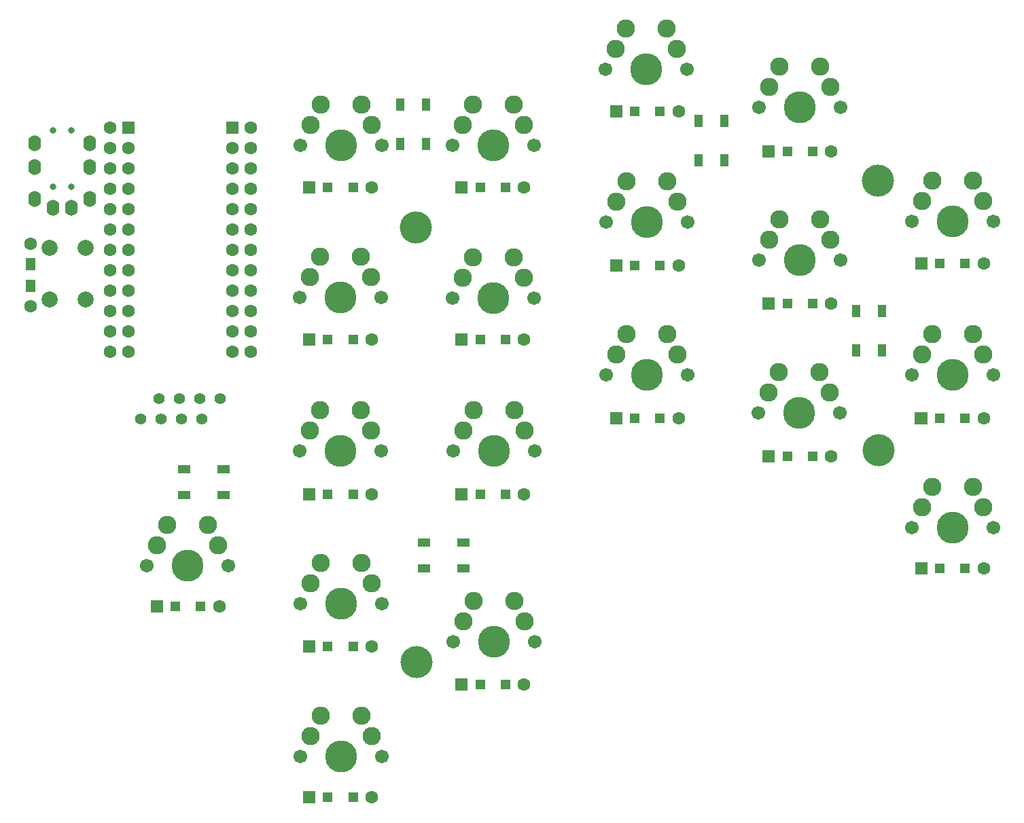
<source format=gbr>
%TF.GenerationSoftware,KiCad,Pcbnew,5.1.10*%
%TF.CreationDate,2021-06-14T18:04:53+02:00*%
%TF.ProjectId,scattered-bat-pcb,73636174-7465-4726-9564-2d6261742d70,rev?*%
%TF.SameCoordinates,Original*%
%TF.FileFunction,Soldermask,Top*%
%TF.FilePolarity,Negative*%
%FSLAX46Y46*%
G04 Gerber Fmt 4.6, Leading zero omitted, Abs format (unit mm)*
G04 Created by KiCad (PCBNEW 5.1.10) date 2021-06-14 18:04:53*
%MOMM*%
%LPD*%
G01*
G04 APERTURE LIST*
%ADD10C,1.600000*%
%ADD11R,1.600000X1.600000*%
%ADD12C,1.397000*%
%ADD13C,1.701800*%
%ADD14C,2.286000*%
%ADD15C,3.987800*%
%ADD16R,1.200000X1.500000*%
%ADD17C,0.500000*%
%ADD18C,4.000000*%
%ADD19C,2.000000*%
%ADD20R,1.000000X1.500000*%
%ADD21O,1.600000X2.000000*%
%ADD22C,0.800000*%
%ADD23R,1.500000X1.000000*%
%ADD24R,1.200000X1.200000*%
G04 APERTURE END LIST*
D10*
%TO.C,U1*%
X69340000Y-55020000D03*
X69340000Y-57560000D03*
X69340000Y-60100000D03*
X69340000Y-62640000D03*
X69340000Y-65180000D03*
X69340000Y-67720000D03*
X69340000Y-70260000D03*
X69340000Y-72800000D03*
X69340000Y-75340000D03*
X69340000Y-77880000D03*
X69340000Y-80420000D03*
X69340000Y-82960000D03*
X54100000Y-82960000D03*
X54100000Y-80420000D03*
X54100000Y-77880000D03*
X54100000Y-75340000D03*
X54100000Y-72800000D03*
X54100000Y-70260000D03*
X54100000Y-67720000D03*
X54100000Y-65180000D03*
X54100000Y-62640000D03*
X54100000Y-60100000D03*
X54100000Y-57560000D03*
D11*
X54100000Y-55020000D03*
%TD*%
D12*
%TO.C,Brd1*%
X63260000Y-91360000D03*
X60720000Y-91360000D03*
X58180000Y-91360000D03*
X55640000Y-91360000D03*
%TD*%
D13*
%TO.C,K17*%
X75420000Y-76250000D03*
X85580000Y-76250000D03*
D14*
X76690000Y-73710000D03*
D15*
X80500000Y-76250000D03*
D14*
X83040000Y-71170000D03*
X77960000Y-71170000D03*
X84310000Y-73710000D03*
%TD*%
D11*
%TO.C,U1*%
X67030000Y-55040000D03*
D10*
X67030000Y-57580000D03*
X67030000Y-60120000D03*
X67030000Y-62660000D03*
X67030000Y-65200000D03*
X67030000Y-67740000D03*
X67030000Y-70280000D03*
X67030000Y-72820000D03*
X67030000Y-75360000D03*
X67030000Y-77900000D03*
X67030000Y-80440000D03*
X67030000Y-82980000D03*
X51790000Y-82980000D03*
X51790000Y-80440000D03*
X51790000Y-77900000D03*
X51790000Y-75360000D03*
X51790000Y-72820000D03*
X51790000Y-70280000D03*
X51790000Y-67740000D03*
X51790000Y-65200000D03*
X51790000Y-62660000D03*
X51790000Y-60120000D03*
X51790000Y-57580000D03*
X51790000Y-55040000D03*
%TD*%
%TO.C,R1*%
X41920000Y-69490000D03*
X41920000Y-77290000D03*
D16*
X41920000Y-74740000D03*
X41920000Y-72040000D03*
%TD*%
D17*
%TO.C,3*%
X91030000Y-120650000D03*
X88910000Y-120650000D03*
X88910000Y-122770000D03*
X91030000Y-122770000D03*
X89970000Y-120210000D03*
X89970000Y-123210000D03*
X88470000Y-121710000D03*
X91470000Y-121710000D03*
D18*
X89970000Y-121710000D03*
%TD*%
D17*
%TO.C,5*%
X148550000Y-60590000D03*
X146430000Y-60590000D03*
X146430000Y-62710000D03*
X148550000Y-62710000D03*
X147490000Y-60150000D03*
X147490000Y-63150000D03*
X145990000Y-61650000D03*
X148990000Y-61650000D03*
D18*
X147490000Y-61650000D03*
%TD*%
D13*
%TO.C,K14*%
X94520000Y-95370000D03*
X104680000Y-95370000D03*
D14*
X95790000Y-92830000D03*
D15*
X99600000Y-95370000D03*
D14*
X102140000Y-90290000D03*
X97060000Y-90290000D03*
X103410000Y-92830000D03*
%TD*%
D17*
%TO.C,6*%
X90970000Y-66390000D03*
X88850000Y-66390000D03*
X88850000Y-68510000D03*
X90970000Y-68510000D03*
X89910000Y-65950000D03*
X89910000Y-68950000D03*
X88410000Y-67450000D03*
X91410000Y-67450000D03*
D18*
X89910000Y-67450000D03*
%TD*%
D19*
%TO.C,K00*%
X44230000Y-69990000D03*
X48730000Y-69990000D03*
X44230000Y-76490000D03*
X48730000Y-76490000D03*
%TD*%
D17*
%TO.C,4*%
X148640000Y-94180000D03*
X146520000Y-94180000D03*
X146520000Y-96300000D03*
X148640000Y-96300000D03*
X147580000Y-93740000D03*
X147580000Y-96740000D03*
X146080000Y-95240000D03*
X149080000Y-95240000D03*
D18*
X147580000Y-95240000D03*
%TD*%
D11*
%TO.C,D23*%
X57600000Y-114750000D03*
D10*
X65400000Y-114750000D03*
%TD*%
D11*
%TO.C,D17*%
X76600000Y-81490000D03*
D10*
X84400000Y-81490000D03*
%TD*%
D11*
%TO.C,D18*%
X76600000Y-100750000D03*
D10*
X84400000Y-100750000D03*
%TD*%
D11*
%TO.C,D19*%
X76600000Y-119750000D03*
D10*
X84400000Y-119750000D03*
%TD*%
D11*
%TO.C,D20*%
X76600000Y-138500000D03*
D10*
X84400000Y-138500000D03*
%TD*%
D11*
%TO.C,D13*%
X95600000Y-81500000D03*
D10*
X103400000Y-81500000D03*
%TD*%
D11*
%TO.C,D14*%
X95600000Y-100750000D03*
D10*
X103400000Y-100750000D03*
%TD*%
D11*
%TO.C,D15*%
X95600000Y-124500000D03*
D10*
X103400000Y-124500000D03*
%TD*%
D11*
%TO.C,D10*%
X114860000Y-72230000D03*
D10*
X122660000Y-72230000D03*
%TD*%
D11*
%TO.C,D11*%
X114850000Y-91250000D03*
D10*
X122650000Y-91250000D03*
%TD*%
D11*
%TO.C,D8*%
X133850000Y-96000000D03*
D10*
X141650000Y-96000000D03*
%TD*%
D11*
%TO.C,D7*%
X133860000Y-77010000D03*
D10*
X141660000Y-77010000D03*
%TD*%
D11*
%TO.C,D4*%
X152840000Y-91250000D03*
D10*
X160640000Y-91250000D03*
%TD*%
D11*
%TO.C,D5*%
X152850000Y-109990000D03*
D10*
X160650000Y-109990000D03*
%TD*%
D11*
%TO.C,D3*%
X152850000Y-72000000D03*
D10*
X160650000Y-72000000D03*
%TD*%
D11*
%TO.C,D6*%
X133850000Y-58000000D03*
D10*
X141650000Y-58000000D03*
%TD*%
D11*
%TO.C,D9*%
X114850000Y-53000000D03*
D10*
X122650000Y-53000000D03*
%TD*%
D11*
%TO.C,D12*%
X95600000Y-62500000D03*
D10*
X103400000Y-62500000D03*
%TD*%
D11*
%TO.C,D16*%
X76600000Y-62510000D03*
D10*
X84400000Y-62510000D03*
%TD*%
D13*
%TO.C,K5*%
X151680000Y-104880000D03*
X161840000Y-104880000D03*
D14*
X152950000Y-102340000D03*
D15*
X156760000Y-104880000D03*
D14*
X159300000Y-99800000D03*
X154220000Y-99800000D03*
X160570000Y-102340000D03*
%TD*%
D20*
%TO.C,D38*%
X147950000Y-77930000D03*
X144750000Y-77930000D03*
X147950000Y-82830000D03*
X144750000Y-82830000D03*
%TD*%
D13*
%TO.C,K8*%
X132610000Y-90610000D03*
X142770000Y-90610000D03*
D14*
X133880000Y-88070000D03*
D15*
X137690000Y-90610000D03*
D14*
X140230000Y-85530000D03*
X135150000Y-85530000D03*
X141500000Y-88070000D03*
%TD*%
D13*
%TO.C,K4*%
X151680000Y-85840000D03*
X161840000Y-85840000D03*
D14*
X152950000Y-83300000D03*
D15*
X156760000Y-85840000D03*
D14*
X159300000Y-80760000D03*
X154220000Y-80760000D03*
X160570000Y-83300000D03*
%TD*%
D21*
%TO.C,U2*%
X47000000Y-65070000D03*
X42400000Y-63970000D03*
X42400000Y-56970000D03*
D22*
X44700000Y-62370000D03*
X44700000Y-55370000D03*
D21*
X42400000Y-59970000D03*
%TD*%
%TO.C,U2*%
X49290000Y-59970000D03*
D22*
X46990000Y-55370000D03*
X46990000Y-62370000D03*
D21*
X49290000Y-56970000D03*
X49290000Y-63970000D03*
X44690000Y-65070000D03*
%TD*%
D13*
%TO.C,K23*%
X56410000Y-109650000D03*
X66570000Y-109650000D03*
D14*
X57680000Y-107110000D03*
D15*
X61490000Y-109650000D03*
D14*
X64030000Y-104570000D03*
X58950000Y-104570000D03*
X65300000Y-107110000D03*
%TD*%
D13*
%TO.C,K20*%
X75470000Y-133450000D03*
X85630000Y-133450000D03*
D14*
X76740000Y-130910000D03*
D15*
X80550000Y-133450000D03*
D14*
X83090000Y-128370000D03*
X78010000Y-128370000D03*
X84360000Y-130910000D03*
%TD*%
D13*
%TO.C,K19*%
X75470000Y-114420000D03*
X85630000Y-114420000D03*
D14*
X76740000Y-111880000D03*
D15*
X80550000Y-114420000D03*
D14*
X83090000Y-109340000D03*
X78010000Y-109340000D03*
X84360000Y-111880000D03*
%TD*%
D13*
%TO.C,K18*%
X75460000Y-95380000D03*
X85620000Y-95380000D03*
D14*
X76730000Y-92840000D03*
D15*
X80540000Y-95380000D03*
D14*
X83080000Y-90300000D03*
X78000000Y-90300000D03*
X84350000Y-92840000D03*
%TD*%
D13*
%TO.C,K16*%
X75470000Y-57250000D03*
X85630000Y-57250000D03*
D14*
X76740000Y-54710000D03*
D15*
X80550000Y-57250000D03*
D14*
X83090000Y-52170000D03*
X78010000Y-52170000D03*
X84360000Y-54710000D03*
%TD*%
D13*
%TO.C,K15*%
X94540000Y-119150000D03*
X104700000Y-119150000D03*
D14*
X95810000Y-116610000D03*
D15*
X99620000Y-119150000D03*
D14*
X102160000Y-114070000D03*
X97080000Y-114070000D03*
X103430000Y-116610000D03*
%TD*%
D13*
%TO.C,K13*%
X94510000Y-76320000D03*
X104670000Y-76320000D03*
D14*
X95780000Y-73780000D03*
D15*
X99590000Y-76320000D03*
D14*
X102130000Y-71240000D03*
X97050000Y-71240000D03*
X103400000Y-73780000D03*
%TD*%
D13*
%TO.C,K12*%
X94500000Y-57280000D03*
X104660000Y-57280000D03*
D14*
X95770000Y-54740000D03*
D15*
X99580000Y-57280000D03*
D14*
X102120000Y-52200000D03*
X97040000Y-52200000D03*
X103390000Y-54740000D03*
%TD*%
D13*
%TO.C,K11*%
X113580000Y-85830000D03*
X123740000Y-85830000D03*
D14*
X114850000Y-83290000D03*
D15*
X118660000Y-85830000D03*
D14*
X121200000Y-80750000D03*
X116120000Y-80750000D03*
X122470000Y-83290000D03*
%TD*%
D13*
%TO.C,K10*%
X113570000Y-66810000D03*
X123730000Y-66810000D03*
D14*
X114840000Y-64270000D03*
D15*
X118650000Y-66810000D03*
D14*
X121190000Y-61730000D03*
X116110000Y-61730000D03*
X122460000Y-64270000D03*
%TD*%
D13*
%TO.C,K9*%
X113560000Y-47760000D03*
X123720000Y-47760000D03*
D14*
X114830000Y-45220000D03*
D15*
X118640000Y-47760000D03*
D14*
X121180000Y-42680000D03*
X116100000Y-42680000D03*
X122450000Y-45220000D03*
%TD*%
D13*
%TO.C,K7*%
X132620000Y-71540000D03*
X142780000Y-71540000D03*
D14*
X133890000Y-69000000D03*
D15*
X137700000Y-71540000D03*
D14*
X140240000Y-66460000D03*
X135160000Y-66460000D03*
X141510000Y-69000000D03*
%TD*%
D13*
%TO.C,K6*%
X132670000Y-52500000D03*
X142830000Y-52500000D03*
D14*
X133940000Y-49960000D03*
D15*
X137750000Y-52500000D03*
D14*
X140290000Y-47420000D03*
X135210000Y-47420000D03*
X141560000Y-49960000D03*
%TD*%
D13*
%TO.C,K3*%
X151670000Y-66750000D03*
X161830000Y-66750000D03*
D14*
X152940000Y-64210000D03*
D15*
X156750000Y-66750000D03*
D14*
X159290000Y-61670000D03*
X154210000Y-61670000D03*
X160560000Y-64210000D03*
%TD*%
D20*
%TO.C,D39*%
X128350000Y-54220000D03*
X125150000Y-54220000D03*
X128350000Y-59120000D03*
X125150000Y-59120000D03*
%TD*%
D23*
%TO.C,D37*%
X95850000Y-109960000D03*
X95850000Y-106760000D03*
X90950000Y-109960000D03*
X90950000Y-106760000D03*
%TD*%
%TO.C,D36*%
X61000000Y-97660000D03*
X61000000Y-100860000D03*
X65900000Y-97660000D03*
X65900000Y-100860000D03*
%TD*%
D20*
%TO.C,D35*%
X91190000Y-52200000D03*
X87990000Y-52200000D03*
X91190000Y-57100000D03*
X87990000Y-57100000D03*
%TD*%
D10*
%TO.C,D23*%
X65400000Y-114750000D03*
D11*
X57600000Y-114750000D03*
D24*
X59925000Y-114750000D03*
X63075000Y-114750000D03*
%TD*%
D10*
%TO.C,D20*%
X84400000Y-138500000D03*
D11*
X76600000Y-138500000D03*
D24*
X78925000Y-138500000D03*
X82075000Y-138500000D03*
%TD*%
D10*
%TO.C,D19*%
X84400000Y-119750000D03*
D11*
X76600000Y-119750000D03*
D24*
X78925000Y-119750000D03*
X82075000Y-119750000D03*
%TD*%
D10*
%TO.C,D18*%
X84400000Y-100750000D03*
D11*
X76600000Y-100750000D03*
D24*
X78925000Y-100750000D03*
X82075000Y-100750000D03*
%TD*%
D10*
%TO.C,D17*%
X84400000Y-81500000D03*
D11*
X76600000Y-81500000D03*
D24*
X78925000Y-81500000D03*
X82075000Y-81500000D03*
%TD*%
D10*
%TO.C,D16*%
X84400000Y-62500000D03*
D11*
X76600000Y-62500000D03*
D24*
X78925000Y-62500000D03*
X82075000Y-62500000D03*
%TD*%
D10*
%TO.C,D15*%
X103400000Y-124500000D03*
D11*
X95600000Y-124500000D03*
D24*
X97925000Y-124500000D03*
X101075000Y-124500000D03*
%TD*%
D10*
%TO.C,D14*%
X103400000Y-100750000D03*
D11*
X95600000Y-100750000D03*
D24*
X97925000Y-100750000D03*
X101075000Y-100750000D03*
%TD*%
D10*
%TO.C,D13*%
X103400000Y-81500000D03*
D11*
X95600000Y-81500000D03*
D24*
X97925000Y-81500000D03*
X101075000Y-81500000D03*
%TD*%
D10*
%TO.C,D12*%
X103400000Y-62500000D03*
D11*
X95600000Y-62500000D03*
D24*
X97925000Y-62500000D03*
X101075000Y-62500000D03*
%TD*%
D10*
%TO.C,D11*%
X122650000Y-91250000D03*
D11*
X114850000Y-91250000D03*
D24*
X117175000Y-91250000D03*
X120325000Y-91250000D03*
%TD*%
D10*
%TO.C,D10*%
X122650000Y-72230000D03*
D11*
X114850000Y-72230000D03*
D24*
X117175000Y-72230000D03*
X120325000Y-72230000D03*
%TD*%
D10*
%TO.C,D9*%
X122650000Y-53000000D03*
D11*
X114850000Y-53000000D03*
D24*
X117175000Y-53000000D03*
X120325000Y-53000000D03*
%TD*%
D10*
%TO.C,D8*%
X141650000Y-96000000D03*
D11*
X133850000Y-96000000D03*
D24*
X136175000Y-96000000D03*
X139325000Y-96000000D03*
%TD*%
D10*
%TO.C,D7*%
X141650000Y-77000000D03*
D11*
X133850000Y-77000000D03*
D24*
X136175000Y-77000000D03*
X139325000Y-77000000D03*
%TD*%
D10*
%TO.C,D6*%
X141650000Y-58000000D03*
D11*
X133850000Y-58000000D03*
D24*
X136175000Y-58000000D03*
X139325000Y-58000000D03*
%TD*%
D10*
%TO.C,D5*%
X160650000Y-110000000D03*
D11*
X152850000Y-110000000D03*
D24*
X155175000Y-110000000D03*
X158325000Y-110000000D03*
%TD*%
D10*
%TO.C,D4*%
X160650000Y-91250000D03*
D11*
X152850000Y-91250000D03*
D24*
X155175000Y-91250000D03*
X158325000Y-91250000D03*
%TD*%
D10*
%TO.C,D3*%
X160650000Y-72000000D03*
D11*
X152850000Y-72000000D03*
D24*
X155175000Y-72000000D03*
X158325000Y-72000000D03*
%TD*%
D12*
%TO.C,Brd1*%
X57930000Y-88820000D03*
X60470000Y-88820000D03*
X63010000Y-88820000D03*
X65550000Y-88820000D03*
%TD*%
M02*

</source>
